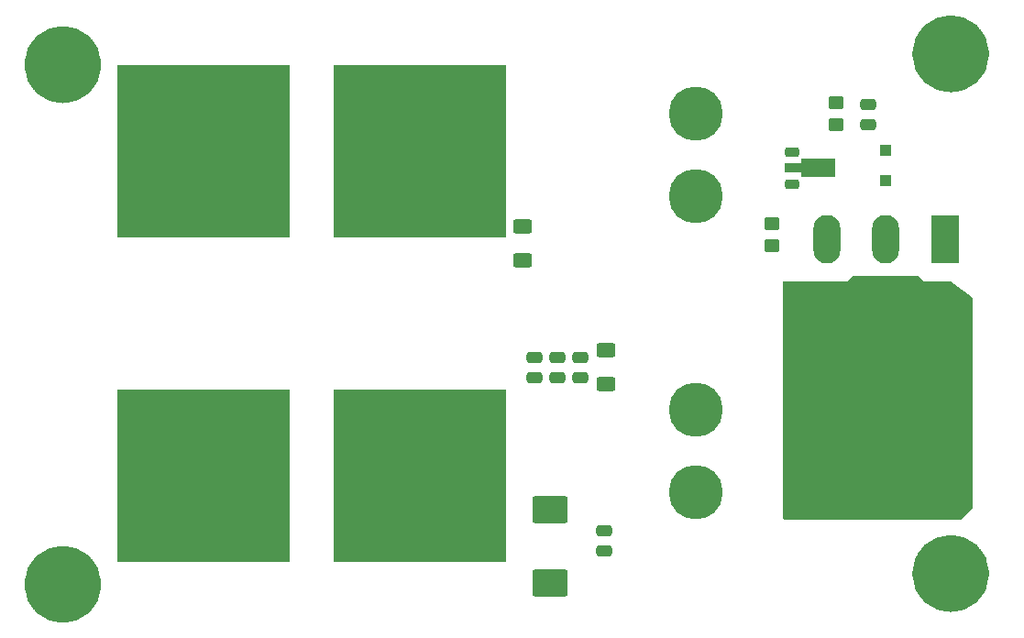
<source format=gbr>
%TF.GenerationSoftware,KiCad,Pcbnew,8.0.7-8.0.7-0~ubuntu22.04.1*%
%TF.CreationDate,2024-12-28T18:58:49+01:00*%
%TF.ProjectId,CrowBar,43726f77-4261-4722-9e6b-696361645f70,1.0A*%
%TF.SameCoordinates,Original*%
%TF.FileFunction,Soldermask,Top*%
%TF.FilePolarity,Negative*%
%FSLAX46Y46*%
G04 Gerber Fmt 4.6, Leading zero omitted, Abs format (unit mm)*
G04 Created by KiCad (PCBNEW 8.0.7-8.0.7-0~ubuntu22.04.1) date 2024-12-28 18:58:49*
%MOMM*%
%LPD*%
G01*
G04 APERTURE LIST*
G04 Aperture macros list*
%AMRoundRect*
0 Rectangle with rounded corners*
0 $1 Rounding radius*
0 $2 $3 $4 $5 $6 $7 $8 $9 X,Y pos of 4 corners*
0 Add a 4 corners polygon primitive as box body*
4,1,4,$2,$3,$4,$5,$6,$7,$8,$9,$2,$3,0*
0 Add four circle primitives for the rounded corners*
1,1,$1+$1,$2,$3*
1,1,$1+$1,$4,$5*
1,1,$1+$1,$6,$7*
1,1,$1+$1,$8,$9*
0 Add four rect primitives between the rounded corners*
20,1,$1+$1,$2,$3,$4,$5,0*
20,1,$1+$1,$4,$5,$6,$7,0*
20,1,$1+$1,$6,$7,$8,$9,0*
20,1,$1+$1,$8,$9,$2,$3,0*%
%AMFreePoly0*
4,1,9,3.862500,-0.866500,0.737500,-0.866500,0.737500,-0.450000,-0.737500,-0.450000,-0.737500,0.450000,0.737500,0.450000,0.737500,0.866500,3.862500,0.866500,3.862500,-0.866500,3.862500,-0.866500,$1*%
G04 Aperture macros list end*
%ADD10C,3.550000*%
%ADD11RoundRect,0.250000X-0.625000X0.400000X-0.625000X-0.400000X0.625000X-0.400000X0.625000X0.400000X0*%
%ADD12RoundRect,0.250000X0.450000X-0.350000X0.450000X0.350000X-0.450000X0.350000X-0.450000X-0.350000X0*%
%ADD13C,5.000000*%
%ADD14R,16.000000X16.000000*%
%ADD15RoundRect,0.250000X-0.450000X0.350000X-0.450000X-0.350000X0.450000X-0.350000X0.450000X0.350000X0*%
%ADD16RoundRect,0.250000X0.475000X-0.250000X0.475000X0.250000X-0.475000X0.250000X-0.475000X-0.250000X0*%
%ADD17RoundRect,0.250000X-0.475000X0.250000X-0.475000X-0.250000X0.475000X-0.250000X0.475000X0.250000X0*%
%ADD18RoundRect,0.250000X0.625000X-0.400000X0.625000X0.400000X-0.625000X0.400000X-0.625000X-0.400000X0*%
%ADD19O,3.600000X3.600000*%
%ADD20R,2.500000X4.500000*%
%ADD21O,2.500000X4.500000*%
%ADD22RoundRect,0.250000X0.300000X-0.300000X0.300000X0.300000X-0.300000X0.300000X-0.300000X-0.300000X0*%
%ADD23RoundRect,0.225000X-0.425000X-0.225000X0.425000X-0.225000X0.425000X0.225000X-0.425000X0.225000X0*%
%ADD24FreePoly0,0.000000*%
%ADD25RoundRect,0.250000X-1.400000X-1.000000X1.400000X-1.000000X1.400000X1.000000X-1.400000X1.000000X0*%
G04 APERTURE END LIST*
D10*
X187775000Y-69000000D02*
G75*
G02*
X184225000Y-69000000I-1775000J0D01*
G01*
X184225000Y-69000000D02*
G75*
G02*
X187775000Y-69000000I1775000J0D01*
G01*
X105775000Y-22000000D02*
G75*
G02*
X102225000Y-22000000I-1775000J0D01*
G01*
X102225000Y-22000000D02*
G75*
G02*
X105775000Y-22000000I1775000J0D01*
G01*
X187775000Y-21000000D02*
G75*
G02*
X184225000Y-21000000I-1775000J0D01*
G01*
X184225000Y-21000000D02*
G75*
G02*
X187775000Y-21000000I1775000J0D01*
G01*
X105775000Y-70000000D02*
G75*
G02*
X102225000Y-70000000I-1775000J0D01*
G01*
X102225000Y-70000000D02*
G75*
G02*
X105775000Y-70000000I1775000J0D01*
G01*
D11*
%TO.C,R4*%
X146500000Y-36950000D03*
X146500000Y-40050000D03*
%TD*%
D12*
%TO.C,R1*%
X175450000Y-27550000D03*
X175450000Y-25550000D03*
%TD*%
D13*
%TO.C,J2*%
X122250000Y-25000000D03*
X111750000Y-25000000D03*
D14*
X117000000Y-30000000D03*
D13*
X122250000Y-35000000D03*
X111750000Y-35000000D03*
%TD*%
%TO.C,J1*%
X142250000Y-25000000D03*
X131750000Y-25000000D03*
D14*
X137000000Y-30000000D03*
D13*
X142250000Y-35000000D03*
X131750000Y-35000000D03*
%TD*%
D15*
%TO.C,R3*%
X169500000Y-36700000D03*
X169500000Y-38700000D03*
%TD*%
D16*
%TO.C,C3*%
X151800000Y-50950000D03*
X151800000Y-49050000D03*
%TD*%
D17*
%TO.C,C4*%
X154000000Y-65050000D03*
X154000000Y-66950000D03*
%TD*%
D18*
%TO.C,R2*%
X154200000Y-51500000D03*
X154200000Y-48400000D03*
%TD*%
D19*
%TO.C,D2*%
X180000000Y-57970000D03*
D20*
X185450000Y-38110000D03*
D21*
X180000000Y-38110000D03*
X174550000Y-38110000D03*
%TD*%
D22*
%TO.C,D1*%
X180000000Y-32700000D03*
X180000000Y-29900000D03*
%TD*%
D16*
%TO.C,C2*%
X149700000Y-50950000D03*
X149700000Y-49050000D03*
%TD*%
D23*
%TO.C,Q1*%
X171350000Y-30037500D03*
D24*
X171437500Y-31537500D03*
D23*
X171350000Y-33037500D03*
%TD*%
D16*
%TO.C,C5*%
X147600000Y-50950000D03*
X147600000Y-49050000D03*
%TD*%
%TO.C,C1*%
X178350000Y-27550000D03*
X178350000Y-25650000D03*
%TD*%
D13*
%TO.C,J4*%
X122250000Y-55000000D03*
X111750000Y-55000000D03*
D14*
X117000000Y-60000000D03*
D13*
X122250000Y-65000000D03*
X111750000Y-65000000D03*
%TD*%
%TO.C,F1*%
X162500000Y-61450000D03*
X162500000Y-53850000D03*
X162500000Y-34150000D03*
X162500000Y-26550000D03*
%TD*%
D25*
%TO.C,D3*%
X149000000Y-63100000D03*
X149000000Y-69900000D03*
%TD*%
D13*
%TO.C,J3*%
X142250000Y-55000000D03*
X131750000Y-55000000D03*
D14*
X137000000Y-60000000D03*
D13*
X142250000Y-65000000D03*
X131750000Y-65000000D03*
%TD*%
G36*
X183015677Y-41519685D02*
G01*
X183036319Y-41536319D01*
X183500000Y-42000000D01*
X185958667Y-42000000D01*
X186025706Y-42019685D01*
X186033067Y-42024800D01*
X187950400Y-43462800D01*
X187992221Y-43518771D01*
X188000000Y-43562000D01*
X188000000Y-62948638D01*
X187980315Y-63015677D01*
X187963681Y-63036319D01*
X187036319Y-63963681D01*
X186974996Y-63997166D01*
X186948638Y-64000000D01*
X170624000Y-64000000D01*
X170556961Y-63980315D01*
X170511206Y-63927511D01*
X170500000Y-63876000D01*
X170500000Y-42124000D01*
X170519685Y-42056961D01*
X170572489Y-42011206D01*
X170624000Y-42000000D01*
X176500000Y-42000000D01*
X176500000Y-41999999D01*
X176963681Y-41536319D01*
X177025004Y-41502834D01*
X177051362Y-41500000D01*
X182948638Y-41500000D01*
X183015677Y-41519685D01*
G37*
M02*

</source>
